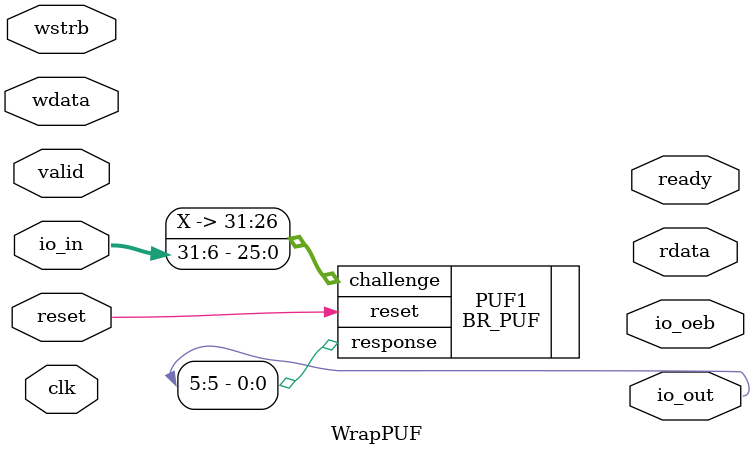
<source format=v>

`default_nettype none
/*
 *-------------------------------------------------------------
 *
 * user_proj_example
 *
 * This is an example of a (trivially simple) user project,
 * showing how the user project can connect to the logic
 * analyzer, the wishbone bus, and the I/O pads.
 *
 * This project generates an integer count, which is output
 * on the user area GPIO pads (digital output only).  The
 * wishbone connection allows the project to be controlled
 * (start and stop) from the management SoC program.
 *
 * See the testbenches in directory "mprj_counter" for the
 * example programs that drive this user project.  The three
 * testbenches are "io_ports", "la_test1", and "la_test2".
 *
 *-------------------------------------------------------------
 */

module user_proj_example #(
    parameter BITS = 32
)(
`ifdef USE_POWER_PINS
    inout vccd1,	// User area 1 1.8V supply
    inout vssd1,	// User area 1 digital ground
`endif

    // Wishbone Slave ports (WB MI A)
    input wb_clk_i,
    input wb_rst_i,
    input wbs_stb_i,
    input wbs_cyc_i,
    input wbs_we_i,
    input [3:0] wbs_sel_i,
    input [31:0] wbs_dat_i,
    input [31:0] wbs_adr_i,
    output wbs_ack_o,
    output [31:0] wbs_dat_o,

    // Logic Analyzer Signals
    input  [127:0] la_data_in,
    output [127:0] la_data_out,
    input  [127:0] la_oenb,

    // IOs
    input  [BITS-1:0] io_in,
    output [BITS-1:0] io_out,
    output [BITS-1:0] io_oeb,

    // IRQ
    output [2:0] irq
);
    wire clk;
    wire rst;

    wire [BITS-1:0] rdata; 
    wire [BITS-1:0] wdata;

    wire valid;
    wire [3:0] wstrb;

    // WB MI A
    assign valid = wbs_cyc_i && wbs_stb_i; 
    assign wstrb = wbs_sel_i & {4{wbs_we_i}};
    assign wbs_dat_o = {{(32-BITS){1'b0}}, rdata};
    assign wdata = wbs_dat_i[BITS-1:0];

    // IO
    assign io_oeb[37:6] = {(32){1'b1}};
    assign io_oeb[5] = 1'b0;

    // IRQ
    assign irq = 3'b000;	// Unused

    // LA
    //assign la_data_out = {{(128-BITS){1'b0}}, count};
    // Assuming LA probes [63:32] are for controlling the count register  
    //assign la_write = ~la_oenb[63:64-BITS] & ~{BITS{valid}};
    // Assuming LA probes [65:64] are for controlling the count clk & reset  
    assign clk = wb_clk_i;
    assign rst = wb_rst_i;

    WrapPUF #(
        .BITS(BITS)
    ) WrapPUF(
        .clk(clk),
        .reset(rst),
        .ready(wbs_ack_o),
        .valid(valid),
        .rdata(rdata),
        .wdata(wbs_dat_i[BITS-1:0]),
        .wstrb(wstrb),
        .io_in(io_in),
        .io_out(io_out),
        .io_oeb(io_oeb)
    );

endmodule

module WrapPUF #(
    parameter BITS = 32
)(
    input clk,
    input reset,
    input valid,
    input [3:0] wstrb,
    input  [BITS-1:0] io_in,
    input [BITS-1:0] wdata,
    output reg ready,
    output reg [BITS-1:0] rdata,
    output [BITS-1:0] io_out,
    output [BITS-1:0] io_oeb
);
BR_PUF PUF1(
            .challenge(io_in[37:6]),
            .reset(reset),
            .response(io_out[5])
            );

    //always @(posedge clk) begin
        //if (reset) begin
          //  count <= 0;
           // ready <= 0;
        //end else begin
            //ready <= 1'b0;
            //if (~|la_write) begin
               // count <= count + 1;
            //end
            //if (valid && !ready) begin
                //ready <= 1'b1;
                //rdata <= count;
               // if (wstrb[0]) count[7:0]   <= wdata[7:0];
               // if (wstrb[1]) count[15:8]  <= wdata[15:8];
            //end else if (|la_write) begin
              //  count <= la_write & la_input;
           // end
        //end
    //end

endmodule
`default_nettype wire

</source>
